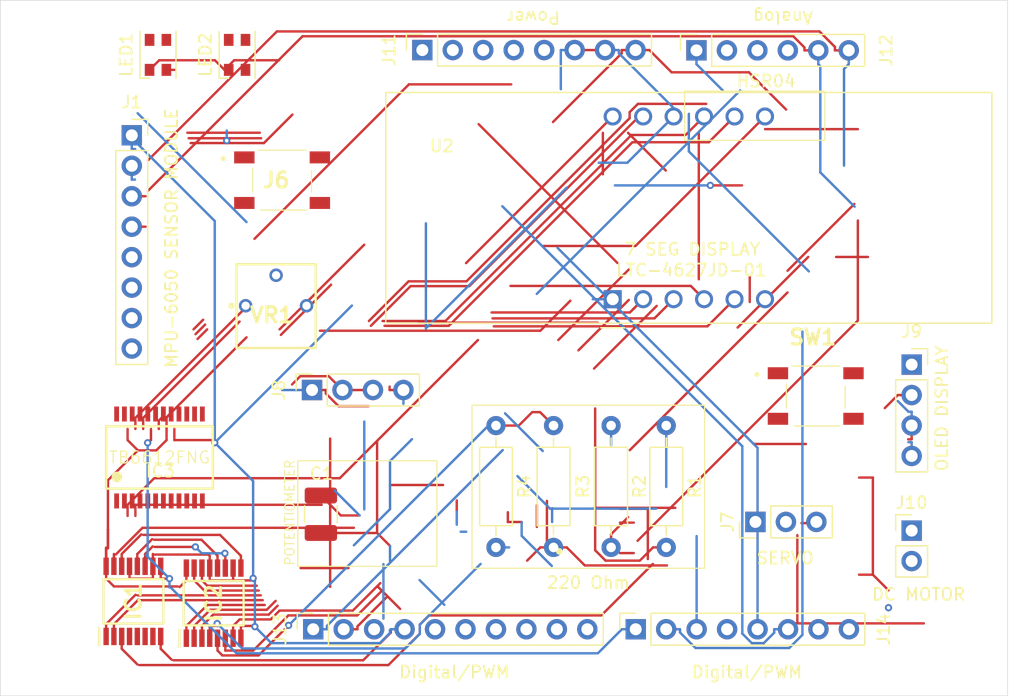
<source format=kicad_pcb>
(kicad_pcb (version 20240108) (generator "pcbnew") (generator_version "8.0")
  (layers (0 "F.Cu" signal) (31 "B.Cu" signal) (35 "F.Paste" user) (36 "B.SilkS" user "B.Silkscreen") (37 "F.SilkS" user "F.Silkscreen") (38 "B.Mask" user) (39 "F.Mask" user) (44 "Edge.Cuts" user))
  (net 0 "")
  (net 1 "GND")
  (net 5 "/SEG6")
  (net 6 "VCC")
  (net 7 "/PD4")
  (net 8 "/SEG9")
  (net 9 "/SEG12")
  (net 10 "/SEG8")
  (net 11 "Net-(IC1-A)")
  (net 13 "/PD7")
  (net 14 "/SEG4")
  (net 15 "/SEG7")
  (net 16 "/SEG2")
  (net 17 "/SEG3")
  (net 18 "/SEG10")
  (net 19 "/SEG11")
  (net 20 "/SEG1")
  (net 21 "/SEG5")
  (net 26 "/DCM_1")
  (net 38 "/DCM_2")
  (net 39 "/SCL{slash}A5")
  (net 40 "/SDA{slash}A4")
  (net 42 "+3V3")
  (net 43 "/IOREF")
  (net 44 "/~{RESET}")
  (net 45 "+5V")
  (net 46 "/A2")
  (net 47 "/A3")
  (net 48 "/A1")
  (net 49 "/8")
  (net 50 "/12")
  (net 51 "/*11")
  (net 52 "/AREF")
  (net 53 "/*10")
  (net 54 "/*9")
  (net 55 "/13")
  (net 56 "/TX{slash}1")
  (net 57 "/RX{slash}0")
  (net 60 "unconnected-(J6-COM_2-Pad2)")
  (net 62 "Net-(LED1-A)")
  (net 63 "Net-(LED2-A)")
  (net 64 "/4")
  (net 65 "/A0")
  (net 66 "/D1")
  (net 67 "/D2")
  (net 68 "/D3")
  (net 69 "/D6")
  (net 70 "/D5")
  (footprint "Connector_PinHeader_2.54mm:PinHeader_1x02_P2.54mm_Vertical" (layer "F.Cu") (at 185 111.725)
    (property "Reference" "J10")
    (property "Value" "Conn_01x02_Pin")
  )
  (footprint "Resistor_THT:R_Axial_DIN0207_L6.3mm_D2.5mm_P10.16mm_Horizontal" (layer "F.Cu") (at 155.136 102.9655 -90)
    (property "Reference" "R3")
    (property "Value" "220 Ohm" (hide yes))
  )
  (footprint "SamacSys_Parts:3362P_1" (layer "F.Cu") (at 132 96.5)
    (property "Reference" "VR1")
    (property "Value" "3362P-1-103LF" (hide yes))
  )
  (footprint "LED_SMD:LED_Cree-PLCC4_3.2x2.8mm_CCW" (layer "F.Cu") (at 128.749 72.0517 90)
    (property "Reference" "LED2")
    (property "Value" "LTL2R3KEK")
  )
  (footprint "Connector_PinSocket_2.54mm:PinSocket_1x08_P2.54mm_Vertical" (layer "F.Cu") (at 144.195 71.65 90)
    (property "Reference" "J11")
    (property "Value" "Power")
  )
  (footprint "Connector_PinSocket_2.54mm:PinSocket_1x08_P2.54mm_Vertical" (layer "F.Cu") (at 119.965 78.76)
    (property "Reference" "J1")
    (property "Value" "MPU-6050 Sensor Module")
  )
  (footprint "Display_7Segment:CA56-12SRWA" (layer "F.Cu") (at 160.07 92.4275 90)
    (property "Reference" "U2")
    (property "Value" "LTC-4627JD-01")
  )
  (footprint "Capacitor_SMD:C_1210_3225Metric_Pad1.33x2.70mm_HandSolder" (layer "F.Cu") (at 135.735 110.36 90)
    (property "Reference" "C1")
    (property "Value" "1uF" (hide yes))
  )
  (footprint "Resistor_THT:R_Axial_DIN0207_L6.3mm_D2.5mm_P10.16mm_Horizontal" (layer "F.Cu") (at 150.336 102.9655 -90)
    (property "Reference" "R4")
    (property "Value" "220 Ohm" (hide yes))
  )
  (footprint "SamacSys_Parts:SOP65P640X120-16N" (layer "F.Cu") (at 120.101 117.626 90)
    (property "Reference" "IC1")
    (property "Value" "SN74HC595N" (hide yes))
  )
  (footprint "Connector_PinSocket_2.54mm:PinSocket_1x10_P2.54mm_Vertical" (layer "F.Cu") (at 135.095 119.95 90)
    (property "Reference" "J13")
    (property "Value" "Digital/PWM")
  )
  (footprint "Resistor_THT:R_Axial_DIN0207_L6.3mm_D2.5mm_P10.16mm_Horizontal" (layer "F.Cu") (at 164.536 102.9655 -90)
    (property "Reference" "R1")
    (property "Value" "220 Ohm" (hide yes))
  )
  (footprint "SamacSys_Parts:SOP65P640X120-16N" (layer "F.Cu") (at 126.79 117.775 90)
    (property "Reference" "IC2")
    (property "Value" "SN74HC595N" (hide yes))
  )
  (footprint "SamacSys_Parts:814375651" (layer "F.Cu") (at 177 100.5)
    (property "Reference" "SW1")
    (property "Value" "8-1437565-1" (hide yes))
  )
  (footprint "LED_SMD:LED_Cree-PLCC4_3.2x2.8mm_CCW" (layer "F.Cu") (at 122.149 72.0517 90)
    (property "Reference" "LED1")
    (property "Value" "LTL2R3KEK")
  )
  (footprint "Connector_PinSocket_2.54mm:PinSocket_1x08_P2.54mm_Vertical" (layer "F.Cu") (at 161.99 119.95 90)
    (property "Reference" "J14")
    (property "Value" "Digital/PWM")
  )
  (footprint "Connector_PinHeader_2.54mm:PinHeader_1x03_P2.54mm_Vertical" (layer "F.Cu") (at 171.975 111 90)
    (property "Reference" "J7")
    (property "Value" "Conn_01x03_Pin")
  )
  (footprint "Resistor_THT:R_Axial_DIN0207_L6.3mm_D2.5mm_P10.16mm_Horizontal" (layer "F.Cu") (at 159.936 102.9655 -90)
    (property "Reference" "R2")
    (property "Value" "220 Ohm")
  )
  (footprint "TB6612FNG:SSOP24" (layer "F.Cu") (at 122.275 105.625)
    (property "Reference" "IC3")
    (property "Value" "TB6612FNG")
  )
  (footprint "Connector_PinSocket_2.54mm:PinSocket_1x04_P2.54mm_Vertical" (layer "F.Cu") (at 185 97.88)
    (property "Reference" "J9")
    (property "Value" "Conn_01x04_Socket")
  )
  (footprint "SamacSys_Parts:814375651" (layer "F.Cu") (at 132.5 82.5)
    (property "Reference" "J6")
    (property "Value" "8-1437565-1" (hide yes))
  )
  (footprint "Connector_PinSocket_2.54mm:PinSocket_1x04_P2.54mm_Vertical" (layer "F.Cu") (at 134.997 100 90)
    (property "Reference" "J8")
    (property "Value" "Conn_01x04_Socket")
  )
  (footprint "Connector_PinSocket_2.54mm:PinSocket_1x06_P2.54mm_Vertical" (layer "F.Cu") (at 167.055 71.675 90)
    (property "Reference" "J12")
    (property "Value" "Analog")
  )
  (gr_circle (center 155.613 113.45605) (end 155.836607 113.45605) (stroke (width 0.1)) (fill solid) (layer "F.SilkS"))
  (gr_rect (start 148.336 101.2655) (end 167.736 114.8655) (stroke (width 0.1)) (fill none) (layer "F.SilkS"))
  (gr_rect (start 133.81 105.8995) (end 145.41 114.6995) (stroke (width 0.1)) (fill none) (layer "F.SilkS"))
  (gr_rect (start 166.065 75.075) (end 177.765 79.175) (stroke (width 0.1)) (fill none) (layer "F.SilkS"))
  (gr_rect (start 109 67.5) (end 193 125.5) (stroke (width 0.05)) (fill none) (layer "Edge.Cuts"))
  (gr_text "DC MOTOR" (at 181.6 117.625 0) (layer "F.SilkS") (effects (font (size 1 1)) (justify left bottom)))
  (gr_text "HSR04" (at 170.315 74.825 0) (layer "F.SilkS") (effects (font (size 1 1)) (justify left bottom)))
  (gr_text "MPU-6050 SENSOR MODULE" (at 123.865 98.239524 90) (layer "F.SilkS") (effects (font (size 1 1)) (justify left bottom)))
  (gr_text "7 SEG DISPLAY" (at 160.97 88.85 0) (layer "F.SilkS") (effects (font (size 1 1)) (justify left bottom)))
  (gr_text "SERVO" (at 171.975 114.6 0) (layer "F.SilkS") (effects (font (size 1 1)) (justify left bottom)))
  (gr_text "OLED DISPLAY" (at 188.1 106.86 90) (layer "F.SilkS") (effects (font (size 1 1)) (justify left bottom)))
  (gr_text "POTENTIOMETER" (at 133.61 114.6995 90) (layer "F.SilkS") (effects (font (size 0.8 0.75) (thickness 0.1)) (justify left bottom)))
  (segment (start 126.465 113.823) (end 126.365 113.723) (width 0.2) (layer "F.Cu") (net 1))
  (segment (start 123.515 103.25) (end 123.515 104.177) (width 0.2) (layer "F.Cu") (net 1))
  (segment (start 126.667 104.177) (end 126.883 104.393) (width 0.2) (layer "F.Cu") (net 1))
  (segment (start 128.413 115.877) (end 128.415 115.875) (width 0.2) (layer "F.Cu") (net 1))
  (segment (start 183.07 116.7033) (end 181.767 115.4) (width 0.2) (layer "F.Cu") (net 1))
  (segment (start 136.149 100) (end 136.149 100.2879) (width 0.2) (layer "F.Cu") (net 1))
  (segment (start 123.2855 122.488) (end 122.3755 121.578) (width 0.2) (layer "F.Cu") (net 1))
  (segment (start 181.767 115.4) (end 181.765 115.4) (width 0.2) (layer "F.Cu") (net 1))
  (segment (start 129.065 120.7) (end 129.065 119.673) (width 0.2) (layer "F.Cu") (net 1))
  (segment (start 159.435 71.65) (end 156.895 71.65) (width 0.2) (layer "F.Cu") (net 1))
  (segment (start 122.3755 121.321) (end 122.3755 121.064) (width 0.2) (layer "F.Cu") (net 1))
  (segment (start 119.7755 114.7015) (end 119.7755 115.214) (width 0.2) (layer "F.Cu") (net 1))
  (segment (start 136.149 100.2879) (end 137.206 101.345) (width 0.2) (layer "F.Cu") (net 1))
  (segment (start 147.065 110.1531) (end 147.065 109.2039) (width 0.2) (layer "F.Cu") (net 1))
  (segment (start 121.7255 115.728) (end 119.7755 115.728) (width 0.2) (layer "F.Cu") (net 1))
  (segment (start 130.17 119.673) (end 130.23 119.733) (width 0.2) (layer "F.Cu") (net 1))
  (segment (start 128.415 115.877) (end 129.908 115.877) (width 0.2) (layer "F.Cu") (net 1))
  (segment (start 121.7255 114.701) (end 121.7255 115.728) (width 0.2) (layer "F.Cu") (net 1))
  (segment (start 180.615 115.4) (end 181.765 115.4) (width 0.2) (layer "F.Cu") (net 1))
  (segment (start 126.365 113.723) (end 121.877 113.723) (width 0.2) (layer "F.Cu") (net 1))
  (segment (start 134.997 100) (end 136.149 100) (width 0.2) (layer "F.Cu") (net 1))
  (segment (start 140.422 104.2945) (end 140.422 111.9225) (width 0.2) (layer "F.Cu") (net 1))
  (segment (start 140.422 111.9225) (end 141.5 113) (width 0.2) (layer "F.Cu") (net 1))
  (segment (start 122.376 121.3205) (end 122.376 120.551) (width 0.2) (layer "F.Cu") (net 1))
  (segment (start 135.735 111.9225) (end 140.422 111.9225) (width 0.2) (layer "F.Cu") (net 1))
  (segment (start 128.415 115.875) (end 128.415 115.877) (width 0.2) (layer "F.Cu") (net 1))
  (segment (start 141.563 119.95) (end 141.563 120.238) (width 0.2) (layer "F.Cu") (net 1))
  (segment (start 122.3755 121.578) (end 122.3755 121.321) (width 0.2) (layer "F.Cu") (net 1))
  (segment (start 142.715 119.95) (end 141.563 119.95) (width 0.2) (layer "F.Cu") (net 1))
  (segment (start 139.265 122.537) (end 123.437 122.537) (width 0.2) (layer "F.Cu") (net 1))
  (segment (start 126.465 114.85) (end 126.465 115.877) (width 0.2) (layer "F.Cu") (net 1))
  (segment (start 126.465 114.85) (end 126.465 113.823) (width 0.2) (layer "F.Cu") (net 1))
  (segment (start 126.465 115.877) (end 128.413 115.877) (width 0.2) (layer "F.Cu") (net 1))
  (segment (start 137.206 101.345) (end 139.709 101.345) (width 0.2) (layer "F.Cu") (net 1))
  (segment (start 119.7755 115.728) (end 119.7755 115.214) (width 0.2) (layer "F.Cu") (net 1))
  (segment (start 141.563 120.238) (end 139.265 122.537) (width 0.2) (layer "F.Cu") (net 1))
  (segment (start 122.3755 121.321) (end 122.376 121.3205) (width 0.2) (layer "F.Cu") (net 1))
  (segment (start 172.777 78.245) (end 180.515 78.245) (width 0.2) (layer "F.Cu") (net 1))
  (segment (start 123.515 104.177) (end 126.667 104.177) (width 0.2) (layer "F.Cu") (net 1))
  (segment (start 180.615 107.3) (end 181.767 107.3) (width 0.2) (layer "F.Cu") (net 1))
  (segment (start 121.7255 114.701) (end 121.726 114.701) (width 0.2) (layer "F.Cu") (net 1))
  (segment (start 128.415 114.85) (end 128.415 115.875) (width 0.2) (layer "F.Cu") (net 1))
  (segment (start 181.767 107.3) (end 181.767 115.3985) (width 0.2) (layer "F.Cu") (net 1))
  (segment (start 181.767 115.3985) (end 181.765 115.4) (width 0.2) (layer "F.Cu") (net 1))
  (segment (start 175.815 111.1) (end 176.967 111.1) (width 0.2) (layer "F.Cu") (net 1))
  (segment (start 129.908 115.877) (end 130.084 115.7) (width 0.2) (layer "F.Cu") (net 1))
  (segment (start 121.7255 113.674) (end 121.7255 114.701) (width 0.2) (layer "F.Cu") (net 1))
  (segment (start 119.776 114.701) (end 119.7755 114.7015) (width 0.2) (layer "F.Cu") (net 1))
  (segment (start 129.065 119.673) (end 130.17 119.673) (width 0.2) (layer "F.Cu") (net 1))
  (via (at 130.23 119.733) (size 0.6) (drill 0.3) (layers "F.Cu" "B.Cu") (net 1))
  (via (at 183.07 118.1525) (size 0.6) (drill 0.3) (layers "F.Cu" "B.Cu") (net 1))
  (via (at 126.883 104.393) (size 0.6) (drill 0.3) (layers "F.Cu" "B.Cu") (net 1))
  (via (at 130.084 115.7) (size 0.6) (drill 0.3) (layers "F.Cu" "B.Cu") (net 1))
  (segment (start 120.2335 82.4517) (end 119.965 82.4517) (width 0.2) (layer "B.Cu") (net 1))
  (segment (start 126.883 104.393) (end 130.084 107.594) (width 0.2) (layer "B.Cu") (net 1))
  (segment (start 155.743 74.9135) (end 155.743 71.65) (width 0.2) (layer "B.Cu") (net 1))
  (segment (start 126.883 104.393) (end 126.883 85.9062) (width 0.2) (layer "B.Cu") (net 1))
  (segment (start 138.32 92.9565) (end 126.883 104.393) (width 0.2) (layer "B.Cu") (net 1))
  (segment (start 159.435 71.65) (end 160.587 71.65) (width 0.2) (layer "B.Cu") (net 1))
  (segment (start 130.23 119.733) (end 131.603 121.107) (width 0.2) (layer "B.Cu") (net 1))
  (segment (start 160.587 71.65) (end 160.587 71.9185) (width 0.2) (layer "B.Cu") (net 1))
  (segment (start 119.965 81.3) (end 119.965 82.4517) (width 0.2) (layer "B.Cu") (net 1))
  (segment (start 141.493 120.261) (end 141.493 120.02) (width 0.2) (layer "B.Cu") (net 1))
  (segment (start 130.23 115.845) (end 130.23 119.733) (width 0.2) (layer "B.Cu") (net 1))
  (segment (start 132.5 100) (end 134.997 100) (width 0.2) (layer "B.Cu") (net 1))
  (segment (start 130.084 115.7) (end 130.23 115.845) (width 0.2) (layer "B.Cu") (net 1))
  (segment (start 141.563 119.95) (end 142.715 119.95) (width 0.2) (layer "B.Cu") (net 1))
  (segment (start 147.065 110.1531) (end 147.065 111.2321) (width 0.2) (layer "B.Cu") (net 1))
  (segment (start 130.084 107.594) (end 130.084 115.7) (width 0.2) (layer "B.Cu") (net 1))
  (segment (start 155.743 71.65) (end 156.895 71.65) (width 0.2) (layer "B.Cu") (net 1))
  (segment (start 147.391 111.818) (end 147.85 111.818) (width 0.2) (layer "B.Cu") (net 1))
  (segment (start 141.493 120.02) (end 141.563 119.95) (width 0.2) (layer "B.Cu") (net 1))
  (segment (start 126.883 85.9062) (end 120.4335 79.4567) (width 0.2) (layer "B.Cu") (net 1))
  (segment (start 140.647 121.107) (end 141.493 120.261) (width 0.2) (layer "B.Cu") (net 1))
  (segment (start 131.603 121.107) (end 140.647 121.107) (width 0.2) (layer "B.Cu") (net 1))
  (segment (start 153.739 91.9825) (end 170.703 75.0185) (width 0.2) (layer "B.Cu") (net 1))
  (segment (start 160.587 71.9185) (end 165.568 76.9) (width 0.2) (layer "B.Cu") (net 1))
  (segment (start 143.985 119.558) (end 143.985 120.317) (width 0.2) (layer "F.Cu") (net 5))
  (segment (start 170.485 94.7936) (end 176.375 88.9033) (width 0.2) (layer "F.Cu") (net 5))
  (segment (start 119.126 121.2088) (end 119.1255 121.2093) (width 0.2) (layer "F.Cu") (net 5))
  (segment (start 141.363 122.938) (end 120.589 122.938) (width 0.2) (layer "F.Cu") (net 5))
  (segment (start 120.4375 122.889) (end 119.1255 121.578) (width 0.2) (layer "F.Cu") (net 5))
  (segment (start 163.415 114.503) (end 159.119 118.798) (width 0.2) (layer "F.Cu") (net 5))
  (segment (start 159.119 118.798) (end 144.745 118.798) (width 0.2) (layer "F.Cu") (net 5))
  (segment (start 172.77 92.4275) (end 172.77 92.428) (width 0.2) (layer "F.Cu") (net 5))
  (segment (start 119.126 120.551) (end 119.126 121.2088) (width 0.2) (layer "F.Cu") (net 5))
  (segment (start 119.1255 121.578) (end 119.1255 121.2093) (width 0.2) (layer "F.Cu") (net 5))
  (segment (start 144.745 118.798) (end 143.985 119.558) (width 0.2) (layer "F.Cu") (net 5))
  (segment (start 119.1255 121.2093) (end 119.1255 121.064) (width 0.2) (layer "F.Cu") (net 5))
  (segment (start 143.985 120.317) (end 141.363 122.938) (width 0.2) (layer "F.Cu") (net 5))
  (segment (start 129.533 95.6036) (end 122.865 102.272) (width 0.2) (layer "F.Cu") (net 6))
  (segment (start 120.472 105.033) (end 117.977 107.527) (width 0.2) (layer "F.Cu") (net 6))
  (segment (start 122.447 102.323) (end 122.865 102.323) (width 0.2) (layer "F.Cu") (net 6))
  (segment (start 117.977 111.653) (end 117.977 113.2015) (width 0.2) (layer "F.Cu") (net 6))
  (segment (start 171.426 73.505) (end 174.533 76.6121) (width 0.2) (layer "F.Cu") (net 6))
  (segment (start 122.215 102.555) (end 122.447 102.323) (width 0.2) (layer "F.Cu") (net 6))
  (segment (start 122.865 103.25) (end 122.865 104.177) (width 0.2) (layer "F.Cu") (net 6))
  (segment (start 117.977 111.653) (end 117.977 113.2015) (width 0.2) (layer "F.Cu") (net 6))
  (segment (start 159.25 82.008) (end 159.25 78.555) (width 0.2) (layer "F.Cu") (net 6))
  (segment (start 117.8255 114.701) (end 117.8255 115.728) (width 0.2) (layer "F.Cu") (net 6))
  (segment (start 127.698 73.3017) (end 126.896 72.5) (width 0.2) (layer "F.Cu") (net 6))
  (segment (start 117.977 111.652) (end 117.977 111.653) (width 0.2) (layer "F.Cu") (net 6))
  (segment (start 117.8255 113.1525) (end 117.8255 114.701) (width 0.2) (layer "F.Cu") (net 6))
  (segment (start 141.465 100) (end 142.617 100) (width 0.2) (layer "F.Cu") (net 6))
  (segment (start 141.465 99.7121) (end 141.465 100) (width 0.2) (layer "F.Cu") (net 6))
  (segment (start 122.865 103.25) (end 122.865 102.323) (width 0.2) (layer "F.Cu") (net 6))
  (segment (start 122.865 104.177) (end 122.008 105.033) (width 0.2) (layer "F.Cu") (net 6))
  (segment (start 132.398 95.403) (end 136.586 91.215) (width 0.2) (layer "F.Cu") (net 6))
  (segment (start 119.615 104.177) (end 119.615 103.25) (width 0.2) (layer "F.Cu") (net 6))
  (segment (start 117.977 111.652) (end 117.977 111.653) (width 0.2) (layer "F.Cu") (net 6))
  (segment (start 128.049 73.3017) (end 127.698 73.3017) (width 0.2) (layer "F.Cu") (net 6))
  (segment (start 124.515 115.877) (end 124.515 114.85) (width 0.2) (layer "F.Cu") (net 6))
  (segment (start 127.698 73.3017) (end 128.5 72.5) (width 0.2) (layer "F.Cu") (net 6))
  (segment (start 122.865 102.272) (end 122.865 102.323) (width 0.2) (layer "F.Cu") (net 6))
  (segment (start 117.977 107.527) (end 117.977 111.652) (width 0.2) (layer "F.Cu") (net 6))
  (segment (start 161.413 92.49) (end 157.213 96.6908) (width 0.2) (layer "F.Cu") (net 6))
  (segment (start 185 100.42) (end 183.848 100.42) (width 0.2) (layer "F.Cu") (net 6))
  (segment (start 123.962 116.43) (end 124.515 115.877) (width 0.2) (layer "F.Cu") (net 6))
  (segment (start 164.982 73.505) (end 171.426 73.505) (width 0.2) (layer "F.Cu") (net 6))
  (segment (start 153.361 101.8435) (end 154.014 101.8435) (width 0.2) (layer "F.Cu") (net 6))
  (segment (start 126.896 72.5) (end 122.251 72.5) (width 0.2) (layer "F.Cu") (net 6))
  (segment (start 117.8255 113.1525) (end 117.8255 114.701) (width 0.2) (layer "F.Cu") (net 6))
  (segment (start 117.8255 115.728) (end 118.4795 116.381) (width 0.2) (layer "F.Cu") (net 6))
  (segment (start 160.823 71.65) (end 161.975 71.65) (width 0.2) (layer "F.Cu") (net 6))
  (segment (start 122.215 103.25) (end 122.215 102.555) (width 0.2) (layer "F.Cu") (net 6))
  (segment (start 161.975 71.65) (end 163.127 71.65) (width 0.2) (layer "F.Cu") (net 6))
  (segment (start 122.251 72.5) (end 121.449 73.3017) (width 0.2) (layer "F.Cu") (net 6))
  (segment (start 160.823 71.9185) (end 160.823 71.65) (width 0.2) (layer "F.Cu") (net 6))
  (segment (start 117.826 113.153) (end 117.826 114.701) (width 0.2) (layer "F.Cu") (net 6))
  (segment (start 183.848 100.42) (end 182.763 101.5055) (width 0.2) (layer "F.Cu") (net 6))
  (segment (start 117.8255 113.1525) (end 117.826 113.153) (width 0.2) (layer "F.Cu") (net 6))
  (segment (start 152.239 102.9655) (end 153.361 101.8435) (width 0.2) (layer "F.Cu") (net 6))
  (segment (start 122.008 105.033) (end 120.472 105.033) (width 0.2) (layer "F.Cu") (net 6))
  (segment (start 154.014 101.8435) (end 155.136 102.9655) (width 0.2) (layer "F.Cu") (net 6))
  (segment (start 128.5 72.5) (end 132.252 72.5) (width 0.2) (layer "F.Cu") (net 6))
  (segment (start 163.127 71.65) (end 164.982 73.505) (width 0.2) (layer "F.Cu") (net 6))
  (segment (start 150.336 102.9655) (end 152.239 102.9655) (width 0.2) (layer "F.Cu") (net 6))
  (segment (start 132.287 94.944) (end 139.348 87.883) (width 0.2) (layer "F.Cu") (net 6))
  (segment (start 120.472 105.033) (end 119.615 104.177) (width 0.2) (layer "F.Cu") (net 6))
  (segment (start 145.923 107.92) (end 141.5 107.92) (width 0.2) (layer "F.Cu") (net 6))
  (segment (start 155.093 77.6483) (end 160.823 71.9185) (width 0.2) (layer "F.Cu") (net 6))
  (segment (start 118.4795 116.381) (end 123.8105 116.381) (width 0.2) (layer "F.Cu") (net 6))
  (segment (start 141.5 105.9312) (end 141.5 107.92) (width 0.2) (layer "B.Cu") (net 6))
  (segment (start 156.225 83.13) (end 144.493 94.8617) (width 0.2) (layer "B.Cu") (net 6))
  (segment (start 129.533 85.9968) (end 120.4529 76.9167) (width 0.2) (layer "B.Cu") (net 6))
  (segment (start 141.5 107.92) (end 141.5 109.9339) (width 0.2) (layer "B.Cu") (net 6))
  (segment (start 142.617 100) (end 142.617 101.1517) (width 0.2) (layer "B.Cu") (net 6))
  (segment (start 143.33 104.1012) (end 141.5 105.9312) (width 0.2) (layer "B.Cu") (net 6))
  (segment (start 119.965 78.76) (end 119.965 79.9117) (width 0.2) (layer "B.Cu") (net 6))
  (segment (start 144.493 94.8617) (end 144.493 86.1018) (width 0.2) (layer "B.Cu") (net 6))
  (segment (start 120.2529 79.9117) (end 119.965 79.9117) (width 0.2) (layer "B.Cu") (net 6))
  (segment (start 141.5 109.9339) (end 138.485 112.9489) (width 0.2) (layer "B.Cu") (net 6))
  (segment (start 121.6645 112.436) (end 120.4255 113.674) (width 0.2) (layer "F.Cu") (net 7))
  (segment (start 127.115 113.823) (end 125.776 112.485) (width 0.2) (layer "F.Cu") (net 7))
  (segment (start 120.4255 113.931) (end 120.426 113.9315) (width 0.2) (layer "F.Cu") (net 7))
  (segment (start 120.426 113.9315) (end 120.426 114.701) (width 0.2) (layer "F.Cu") (net 7))
  (segment (start 125.776 112.485) (end 121.816 112.485) (width 0.2) (layer "F.Cu") (net 7))
  (segment (start 120.4255 113.674) (end 120.4255 113.931) (width 0.2) (layer "F.Cu") (net 7))
  (segment (start 127.115 114.85) (end 127.115 113.823) (width 0.2) (layer "F.Cu") (net 7))
  (segment (start 120.4255 113.931) (end 120.4255 114.188) (width 0.2) (layer "F.Cu") (net 7))
  (segment (start 117.8255 119.524) (end 117.8255 120.038) (width 0.2) (layer "F.Cu") (net 8))
  (segment (start 161.637 78.729) (end 146.121 94.244) (width 0.2) (layer "F.Cu") (net 8))
  (segment (start 146.121 94.244) (end 140.877 94.244) (width 0.2) (layer "F.Cu") (net 8))
  (segment (start 117.8255 120.5505) (end 117.8255 120.038) (width 0.2) (layer "F.Cu") (net 8))
  (segment (start 167.69 77.188) (end 166.149 78.729) (width 0.2) (layer "F.Cu") (net 8))
  (segment (start 125.917 94.139) (end 125.114 94.943) (width 0.2) (layer "F.Cu") (net 8))
  (segment (start 120.2765 117.074) (end 117.8255 119.524) (width 0.2) (layer "F.Cu") (net 8))
  (segment (start 117.826 120.551) (end 117.8255 120.5505) (width 0.2) (layer "F.Cu") (net 8))
  (segment (start 166.149 78.729) (end 161.637 78.729) (width 0.2) (layer "F.Cu") (net 8))
  (segment (start 167.69 77.188) (end 167.69 77.1875) (width 0.2) (layer "F.Cu") (net 8))
  (segment (start 130.719 117.123) (end 120.428 117.123) (width 0.2) (layer "F.Cu") (net 8))
  (segment (start 120.859 111.491) (end 118.627 113.723) (width 0.2) (layer "F.Cu") (net 9))
  (segment (start 118.476 113.9315) (end 118.476 114.701) (width 0.2) (layer "F.Cu") (net 9))
  (segment (start 153.956 83.302) (end 160.07 77.188) (width 0.2) (layer "F.Cu") (net 9))
  (segment (start 118.4755 113.674) (end 118.4755 113.931) (width 0.2) (layer "F.Cu") (net 9))
  (segment (start 153.956 83.302) (end 147.841 89.416) (width 0.2) (layer "F.Cu") (net 9))
  (segment (start 138.486 111.491) (end 120.859 111.491) (width 0.2) (layer "F.Cu") (net 9))
  (segment (start 118.4755 113.931) (end 118.476 113.9315) (width 0.2) (layer "F.Cu") (net 9))
  (segment (start 160.07 77.188) (end 160.07 77.1875) (width 0.2) (layer "F.Cu") (net 9))
  (segment (start 118.4755 113.931) (end 118.4755 114.188) (width 0.2) (layer "F.Cu") (net 9))
  (segment (start 161.71 79.337) (end 146.4 94.647) (width 0.2) (layer "F.Cu") (net 10))
  (segment (start 146.4 94.647) (end 141.042 94.647) (width 0.2) (layer "F.Cu") (net 10))
  (segment (start 126.082 94.542) (end 125.28 95.345) (width 0.2) (layer "F.Cu") (net 10))
  (segment (start 120.5245 117.476) (end 118.4755 119.524) (width 0.2) (layer "F.Cu") (net 10))
  (segment (start 118.4755 119.8927) (end 118.4755 120.038) (width 0.2) (layer "F.Cu") (net 10))
  (segment (start 118.476 119.8932) (end 118.4755 119.8927) (width 0.2) (layer "F.Cu") (net 10))
  (segment (start 130.885 117.525) (end 120.676 117.525) (width 0.2) (layer "F.Cu") (net 10))
  (segment (start 170.23 77.1875) (end 170.23 77.188) (width 0.2) (layer "F.Cu") (net 10))
  (segment (start 170.23 77.188) (end 168.08 79.337) (width 0.2) (layer "F.Cu") (net 10))
  (segment (start 168.08 79.337) (end 161.71 79.337) (width 0.2) (layer "F.Cu") (net 10))
  (segment (start 118.4755 119.524) (end 118.4755 119.8927) (width 0.2) (layer "F.Cu") (net 10))
  (segment (start 118.476 120.551) (end 118.476 119.8932) (width 0.2) (layer "F.Cu") (net 10))
  (segment (start 120.7665 112.034) (end 119.1255 113.674) (width 0.2) (layer "F.Cu") (net 11))
  (segment (start 129.065 113.823) (end 127.325 112.083) (width 0.2) (layer "F.Cu") (net 11))
  (segment (start 119.126 113.9315) (end 119.126 114.701) (width 0.2) (layer "F.Cu") (net 11))
  (segment (start 129.065 114.85) (end 129.065 113.823) (width 0.2) (layer "F.Cu") (net 11))
  (segment (start 119.1255 113.931) (end 119.1255 114.188) (width 0.2) (layer "F.Cu") (net 11))
  (segment (start 119.1255 113.674) (end 119.1255 113.931) (width 0.2) (layer "F.Cu") (net 11))
  (segment (start 119.1255 113.931) (end 119.126 113.9315) (width 0.2) (layer "F.Cu") (net 11))
  (segment (start 127.325 112.083) (end 120.918 112.083) (width 0.2) (layer "F.Cu") (net 11))
  (segment (start 127.765 114.85) (end 127.765 113.648) (width 0.2) (layer "F.Cu") (net 13))
  (segment (start 121.0755 113.674) (end 121.0755 113.931) (width 0.2) (layer "F.Cu") (net 13))
  (segment (start 121.0755 113.931) (end 121.076 113.9315) (width 0.2) (layer "F.Cu") (net 13))
  (segment (start 125.27 113.086) (end 121.865 113.086) (width 0.2) (layer "F.Cu") (net 13))
  (segment (start 121.076 113.9315) (end 121.076 114.701) (width 0.2) (layer "F.Cu") (net 13))
  (segment (start 121.0755 113.931) (end 121.0755 114.188) (width 0.2) (layer "F.Cu") (net 13))
  (segment (start 121.7135 113.037) (end 121.0755 113.674) (width 0.2) (layer "F.Cu") (net 13))
  (segment (start 127.765 113.648) (end 127.734 113.617) (width 0.2) (layer "F.Cu") (net 13))
  (via (at 125.27 113.086) (size 0.6) (drill 0.3) (layers "F.Cu" "B.Cu") (net 13))
  (via (at 127.734 113.617) (size 0.6) (drill 0.3) (layers "F.Cu" "B.Cu") (net 13))
  (segment (start 127.734 113.617) (end 125.801 113.617) (width 0.2) (layer "B.Cu") (net 13))
  (segment (start 125.801 113.617) (end 125.27 113.086) (width 0.2) (layer "B.Cu") (net 13))
  (segment (start 131.217 118.328) (end 131.962 117.583) (width 0.2) (layer "F.Cu") (net 14))
  (segment (start 125.165 120.7) (end 125.165 119.673) (width 0.2) (layer "F.Cu") (net 14))
  (segment (start 166.583 91.32) (end 167.136 91.874) (width 0.2) (layer "F.Cu") (net 14))
  (segment (start 126.51 118.328) (end 131.217 118.328) (width 0.2) (layer "F.Cu") (net 14))
  (segment (start 151.546 91.32) (end 166.583 91.32) (width 0.2) (layer "F.Cu") (net 14))
  (segment (start 125.165 119.673) (end 126.51 118.328) (width 0.2) (layer "F.Cu") (net 14))
  (segment (start 161.969 87.988) (end 172.77 77.188) (width 0.2) (layer "F.Cu") (net 15))
  (segment (start 125.446 95.746) (end 126.248 94.944) (width 0.2) (layer "F.Cu") (net 15))
  (segment (start 124.515 119.673) (end 126.262 117.926) (width 0.2) (layer "F.Cu") (net 15))
  (segment (start 124.515 120.7) (end 124.515 119.673) (width 0.2) (layer "F.Cu") (net 15))
  (segment (start 154.308 87.988) (end 161.969 87.988) (width 0.2) (layer "F.Cu") (net 15))
  (segment (start 172.77 77.1875) (end 172.77 77.188) (width 0.2) (layer "F.Cu") (net 15))
  (segment (start 126.262 117.926) (end 131.051 117.926) (width 0.2) (layer "F.Cu") (net 15))
  (segment (start 125.815 119.673) (end 126.759 118.73) (width 0.2) (layer "F.Cu") (net 16))
  (segment (start 161.78 93.2575) (end 162.61 92.4275) (width 0.2) (layer "F.Cu") (net 16))
  (segment (start 131.384 118.73) (end 132.127 117.987) (width 0.2) (layer "F.Cu") (net 16))
  (segment (start 161.7795 93.2575) (end 162.056 92.981) (width 0.2) (layer "F.Cu") (net 16))
  (segment (start 125.815 120.7) (end 125.815 119.673) (width 0.2) (layer "F.Cu") (net 16))
  (segment (start 126.759 118.73) (end 131.384 118.73) (width 0.2) (layer "F.Cu") (net 16))
  (segment (start 161.7795 93.2575) (end 161.78 93.2575) (width 0.2) (layer "F.Cu") (net 16))
  (segment (start 161.503 93.534) (end 161.7795 93.2575) (width 0.2) (layer "F.Cu") (net 16))
  (segment (start 149.971 93.534) (end 161.503 93.534) (width 0.2) (layer "F.Cu") (net 16))
  (segment (start 163.9515 93.6255) (end 163.952 93.6255) (width 0.2) (layer "F.Cu") (net 17))
  (segment (start 132.29 118.391) (end 138.403 118.391) (width 0.2) (layer "F.Cu") (net 17))
  (segment (start 163.952 93.6255) (end 165.15 92.4275) (width 0.2) (layer "F.Cu") (net 17))
  (segment (start 128.415 120.7) (end 128.415 119.673) (width 0.2) (layer "F.Cu") (net 17))
  (segment (start 128.957 119.131) (end 131.55 119.131) (width 0.2) (layer "F.Cu") (net 17))
  (segment (start 128.415 119.673) (end 128.957 119.131) (width 0.2) (layer "F.Cu") (net 17))
  (segment (start 131.55 119.131) (end 132.29 118.391) (width 0.2) (layer "F.Cu") (net 17))
  (segment (start 138.403 118.391) (end 140.693 116.1) (width 0.2) (layer "F.Cu") (net 17))
  (segment (start 150.048 94.025) (end 163.552 94.025) (width 0.2) (layer "F.Cu") (net 17))
  (segment (start 163.552 94.025) (end 163.9515 93.6255) (width 0.2) (layer "F.Cu") (net 17))
  (segment (start 127.115 121.727) (end 127.523 122.135) (width 0.2) (layer "F.Cu") (net 18))
  (segment (start 130.535 122.135) (end 133.039 119.631) (width 0.2) (layer "F.Cu") (net 18))
  (segment (start 127.523 122.135) (end 130.535 122.135) (width 0.2) (layer "F.Cu") (net 18))
  (segment (start 127.115 120.7) (end 127.115 121.727) (width 0.2) (layer "F.Cu") (net 18))
  (via (at 133.039 119.631) (size 0.6) (drill 0.3) (layers "F.Cu" "B.Cu") (net 18))
  (segment (start 133.039 119.631) (end 149.549 103.121) (width 0.2) (layer "B.Cu") (net 18))
  (segment (start 158.904 81.046) (end 161.292 81.046) (width 0.2) (layer "B.Cu") (net 18))
  (segment (start 161.292 81.046) (end 165.15 77.188) (width 0.2) (layer "B.Cu") (net 18))
  (segment (start 165.15 77.188) (end 165.15 77.1875) (width 0.2) (layer "B.Cu") (net 18))
  (segment (start 143.216 91.337) (end 148.114 91.337) (width 0.2) (layer "F.Cu") (net 19))
  (segment (start 148.114 91.337) (end 162.263 77.188) (width 0.2) (layer "F.Cu") (net 19))
  (segment (start 162.6095 77.188) (end 162.61 77.188) (width 0.2) (layer "F.Cu") (net 19))
  (segment (start 162.263 77.188) (end 162.6095 77.188) (width 0.2) (layer "F.Cu") (net 19))
  (segment (start 126.009 116.721) (end 130.552 116.721) (width 0.2) (layer "F.Cu") (net 19))
  (segment (start 162.6095 77.188) (end 162.61 77.1875) (width 0.2) (layer "F.Cu") (net 19))
  (segment (start 139.907 94.646) (end 143.216 91.337) (width 0.2) (layer "F.Cu") (net 19))
  (segment (start 125.165 115.877) (end 126.009 116.721) (width 0.2) (layer "F.Cu") (net 19))
  (segment (start 125.165 114.85) (end 125.165 115.877) (width 0.2) (layer "F.Cu") (net 19))
  (segment (start 126.465 119.673) (end 126.886 119.673) (width 0.2) (layer "F.Cu") (net 20))
  (segment (start 126.886 119.673) (end 127.087 119.473) (width 0.2) (layer "F.Cu") (net 20))
  (segment (start 126.465 120.7) (end 126.465 119.673) (width 0.2) (layer "F.Cu") (net 20))
  (via (at 127.087 119.473) (size 0.6) (drill 0.3) (layers "F.Cu" "B.Cu") (net 20))
  (segment (start 143.985 120.344) (end 143.985 119.572) (width 0.2) (layer "B.Cu") (net 20))
  (segment (start 160.0695 92.428) (end 160.07 92.428) (width 0.2) (layer "B.Cu") (net 20))
  (segment (start 158.409 92.428) (end 160.0695 92.428) (width 0.2) (layer "B.Cu") (net 20))
  (segment (start 160.0695 92.428) (end 160.07 92.4275) (width 0.2) (layer "B.Cu") (net 20))
  (segment (start 146.03 117.9139) (end 143.965 115.8489) (width 0.2) (layer "B.Cu") (net 20))
  (segment (start 142.777 121.552) (end 143.985 120.344) (width 0.2) (layer "B.Cu") (net 20))
  (segment (start 129.166 121.552) (end 142.777 121.552) (width 0.2) (layer "B.Cu") (net 20))
  (segment (start 143.985 119.572) (end 149.054 114.503) (width 0.2) (layer "B.Cu") (net 20))
  (segment (start 127.087 119.473) (end 129.166 121.552) (width 0.2) (layer "B.Cu") (net 20))
  (segment (start 140.797 116.765) (end 138.764 118.798) (width 0.2) (layer "F.Cu") (net 21))
  (segment (start 130.092 121.727) (end 127.765 121.727) (width 0.2) (layer "F.Cu") (net 21))
  (segment (start 170.23 92.4275) (end 170.23 92.428) (width 0.2) (layer "F.Cu") (net 21))
  (segment (start 138.764 118.798) (end 133.02 118.798) (width 0.2) (layer "F.Cu") (net 21))
  (segment (start 127.765 121.727) (end 127.765 120.7) (width 0.2) (layer "F.Cu") (net 21))
  (segment (start 167.967 94.69) (end 150.152 94.69) (width 0.2) (layer "F.Cu") (net 21))
  (segment (start 133.02 118.798) (end 130.092 121.727) (width 0.2) (layer "F.Cu") (net 21))
  (segment (start 170.23 92.428) (end 167.967 94.69) (width 0.2) (layer "F.Cu") (net 21))
  (segment (start 119.615 109.573) (end 119.615 110.5) (width 0.2) (layer "F.Cu") (net 26))
  (segment (start 121.834 107.354) (end 119.615 109.573) (width 0.2) (layer "F.Cu") (net 26))
  (segment (start 148.833 95.8312) (end 137.31 107.354) (width 0.2) (layer "F.Cu") (net 26))
  (segment (start 161.413 89.95) (end 155.532 95.8312) (width 0.2) (layer "F.Cu") (net 26))
  (segment (start 137.31 107.354) (end 121.834 107.354) (width 0.2) (layer "F.Cu") (net 26))
  (segment (start 120.265 109.573) (end 120.265 110.5) (width 0.2) (layer "F.Cu") (net 38))
  (segment (start 135.801 109.573) (end 120.265 109.573) (width 0.2) (layer "F.Cu") (net 38))
  (segment (start 178.6033 71.3871) (end 177.3128 70.0966) (width 0.2) (layer "F.Cu") (net 39))
  (segment (start 132.0651 70.0966) (end 121.3167 80.845) (width 0.2) (layer "F.Cu") (net 39))
  (segment (start 153.748 109.60985) (end 153.748 111.41745) (width 0.2) (layer "F.Cu") (net 39))
  (segment (start 177.3128 70.0966) (end 132.0651 70.0966) (width 0.2) (layer "F.Cu") (net 39))
  (segment (start 170.855 82.936) (end 168.215 82.936) (width 0.2) (layer "F.Cu") (net 39))
  (segment (start 180.227 84.4767) (end 174.65 90.0538) (width 0.2) (layer "F.Cu") (net 39))
  (segment (start 185 104.1117) (end 184.712 104.1117) (width 0.2) (layer "F.Cu") (net 39))
  (segment (start 119.965 83.84) (end 121.1167 83.84) (width 0.2) (layer "F.Cu") (net 39))
  (segment (start 178.6033 71.675) (end 178.6033 71.3871) (width 0.2) (layer "F.Cu") (net 39))
  (segment (start 179.755 71.675) (end 178.6033 71.675) (width 0.2) (layer "F.Cu") (net 39))
  (segment (start 185 102.96) (end 185 104.1117) (width 0.2) (layer "F.Cu") (net 39))
  (via (at 168.215 82.936) (size 0.6) (drill 0.3) (layers "F.Cu" "B.Cu") (net 39))
  (segment (start 135.095 119.95) (end 136.247 119.95) (width 0.2) (layer "B.Cu") (net 39))
  (segment (start 179.361 81.2882) (end 179.361 73.2203) (width 0.2) (layer "B.Cu") (net 39))
  (segment (start 185 101.8083) (end 184.732 101.8083) (width 0.2) (layer "B.Cu") (net 39))
  (segment (start 136.247 119.662) (end 150.898 105.011) (width 0.2) (layer "B.Cu") (net 39))
  (segment (start 185 102.96) (end 185 101.8083) (width 0.2) (layer "B.Cu") (net 39))
  (segment (start 160.253 82.936) (end 168.215 82.936) (width 0.2) (layer "B.Cu") (net 39))
  (segment (start 179.755 72.8267) (end 179.755 71.675) (width 0.2) (layer "B.Cu") (net 39))
  (segment (start 141.5 114.2828) (end 141.5 113) (width 0.2) (layer "B.Cu") (net 39))
  (segment (start 140.95 114.515) (end 140.95 119.0656) (width 0.2) (layer "B.Cu") (net 39))
  (segment (start 184.732 101.8083) (end 183.846 100.9232) (width 0.2) (layer "B.Cu") (net 39))
  (segment (start 179.361 73.2203) (end 179.755 72.8267) (width 0.2) (layer "B.Cu") (net 39))
  (segment (start 136.247 119.95) (end 136.247 119.662) (width 0.2) (layer "B.Cu") (net 39))
  (segment (start 176.0633 71.4344) (end 175.1272 70.4983) (width 0.2) (layer "F.Cu") (net 40))
  (segment (start 138.787 119.709) (end 141.26 117.236) (width 0.2) (layer "F.Cu") (net 40))
  (segment (start 171.5 92.656) (end 171.5 90.5) (width 0.2) (layer "F.Cu") (net 40))
  (segment (start 124.598 78.544) (end 130.637 78.544) (width 0.2) (layer "F.Cu") (net 40))
  (segment (start 175.1272 70.4983) (end 134.2034 70.4983) (width 0.2) (layer "F.Cu") (net 40))
  (segment (start 177.215 71.675) (end 176.0633 71.675) (width 0.2) (layer "F.Cu") (net 40))
  (segment (start 124.872 79.407) (end 130.983 79.407) (width 0.2) (layer "F.Cu") (net 40))
  (segment (start 124.707 79.003) (end 130.748 79.003) (width 0.2) (layer "F.Cu") (net 40))
  (segment (start 138.787 119.95) (end 138.787 119.709) (width 0.2) (layer "F.Cu") (net 40))
  (segment (start 130.983 79.407) (end 133.361 77.029) (width 0.2) (layer "F.Cu") (net 40))
  (segment (start 137.635 119.95) (end 138.787 119.95) (width 0.2) (layer "F.Cu") (net 40))
  (segment (start 154.035 95.056) (end 156.54 92.551) (width 0.2) (layer "F.Cu") (net 40))
  (segment (start 119.965 86.38) (end 121.1167 86.38) (width 0.2) (layer "F.Cu") (net 40))
  (segment (start 134.2034 70.4983) (end 121.3167 83.385) (width 0.2) (layer "F.Cu") (net 40))
  (segment (start 135.655 95.056) (end 154.035 95.056) (width 0.2) (layer "F.Cu") (net 40))
  (segment (start 176.0633 71.675) (end 176.0633 71.4344) (width 0.2) (layer "F.Cu") (net 40))
  (via (at 127.883 79.2036) (size 0.6) (drill 0.3) (layers "F.Cu" "B.Cu") (net 40))
  (segment (start 177.384 81.8511) (end 177.384 72.996) (width 0.2) (layer "B.Cu") (net 40))
  (segment (start 177.215 72.8267) (end 177.215 71.675) (width 0.2) (layer "B.Cu") (net 40))
  (segment (start 185 104.3483) (end 184.732 104.3483) (width 0.2) (layer "B.Cu") (net 40))
  (segment (start 127.883 78.3567) (end 127.883 79.2036) (width 0.2) (layer "B.Cu") (net 40))
  (segment (start 185 105.5) (end 185 104.3483) (width 0.2) (layer "B.Cu") (net 40))
  (segment (start 180.247 84.7133) (end 177.384 81.8511) (width 0.2) (layer "B.Cu") (net 40))
  (segment (start 177.384 72.996) (end 177.215 72.8267) (width 0.2) (layer "B.Cu") (net 40))
  (segment (start 143.078 74.5108) (end 130.196 87.393) (width 0.2) (layer "F.Cu") (net 60))
  (segment (start 151.608 74.5108) (end 143.078 74.5108) (width 0.2) (layer "F.Cu") (net 60))
  (segment (start 123.551 73.3017) (end 122.849 73.3017) (width 0.2) (layer "F.Cu") (net 62))
  (segment (start 160.676 109.9071) (end 163 109.9071) (width 0.2) (layer "F.Cu") (net 62))
  (segment (start 178.699 88.9033) (end 181.357 88.9033) (width 0.2) (layer "F.Cu") (net 62))
  (segment (start 162.332 114.2274) (end 159.473 114.2274) (width 0.2) (layer "F.Cu") (net 62))
  (segment (start 163 114.0929) (end 163 109.9071) (width 0.2) (layer "F.Cu") (net 62))
  (segment (start 165.293 109.825) (end 158.594 109.825) (width 0.2) (layer "F.Cu") (net 62))
  (segment (start 164.496 81.6997) (end 161.352 78.555) (width 0.2) (layer "F.Cu") (net 62))
  (segment (start 180.515 94.2048) (end 180.515 85.865) (width 0.2) (layer "F.Cu") (net 62))
  (segment (start 163.434 113.1255) (end 162.332 114.2274) (width 0.2) (layer "F.Cu") (net 62))
  (segment (start 162.145 112.575) (end 180.515 94.2048) (width 0.2) (layer "F.Cu") (net 62))
  (segment (start 158.607 113.3615) (end 158.607 101.5352) (width 0.2) (layer "F.Cu") (net 62))
  (segment (start 159.473 114.2274) (end 158.607 113.3615) (width 0.2) (layer "F.Cu") (net 62))
  (segment (start 164.536 113.1255) (end 163.434 113.1255) (width 0.2) (layer "F.Cu") (net 62))
  (segment (start 159.936 112.0238) (end 161.361 110.5988) (width 0.2) (layer "F.Cu") (net 63))
  (segment (start 167.25 90.7633) (end 167.25 78.555) (width 0.2) (layer "F.Cu") (net 63))
  (segment (start 161.826 111.0588) (end 160.674 111.0588) (width 0.2) (layer "F.Cu") (net 63))
  (segment (start 161.826 113.5988) (end 160.674 113.5988) (width 0.2) (layer "F.Cu") (net 63))
  (segment (start 159.936 113.1255) (end 159.936 112.0238) (width 0.2) (layer "F.Cu") (net 63))
  (segment (start 137.398 110.46) (end 135.735 108.7975) (width 0.2) (layer "F.Cu") (net 65))
  (segment (start 138.96 110.46) (end 137.398 110.46) (width 0.2) (layer "F.Cu") (net 65))
  (segment (start 139.353 102.6301) (end 139.353 109.9539) (width 0.2) (layer "B.Cu") (net 65))
  (segment (start 167.055 71.675) (end 167.055 72.8267) (width 0.2) (layer "B.Cu") (net 65))
  (segment (start 136.888 108.3878) (end 138.96 110.46) (width 0.2) (layer "B.Cu") (net 65))
  (segment (start 167.055 72.8267) (end 169.243 75.0145) (width 0.2) (layer "B.Cu") (net 65))
  (segment (start 121.565 103.25) (end 121.565 104.177) (width 0.2) (layer "F.Cu") (net 66))
  (segment (start 122.3755 115.471) (end 122.376 115.4705) (width 0.2) (layer "F.Cu") (net 66))
  (segment (start 122.376 115.4705) (end 122.376 114.701) (width 0.2) (layer "F.Cu") (net 66))
  (segment (start 122.3755 115.728) (end 122.3755 115.471) (width 0.2) (layer "F.Cu") (net 66))
  (segment (start 121.516 104.177) (end 121.289 104.403) (width 0.2) (layer "F.Cu") (net 66))
  (segment (start 123.1095 115.728) (end 122.3755 115.728) (width 0.2) (layer "F.Cu") (net 66))
  (segment (start 122.3755 115.471) (end 122.3755 115.214) (width 0.2) (layer "F.Cu") (net 66))
  (segment (start 121.565 104.177) (end 121.516 104.177) (width 0.2) (layer "F.Cu") (net 66))
  (via (at 123.1095 115.728) (size 0.6) (drill 0.3) (layers "F.Cu" "B.Cu") (net 66))
  (via (at 121.289 104.403) (size 0.6) (drill 0.3) (layers "F.Cu" "B.Cu") (net 66))
  (segment (start 121.289 113.805) (end 121.289 104.403) (width 0.2) (layer "B.Cu") (net 66))
  (segment (start 158.832 121.956) (end 128.697 121.956) (width 0.2) (layer "B.Cu") (net 66))
  (segment (start 161.99 119.95) (end 160.838 119.95) (width 0.2) (layer "B.Cu") (net 66))
  (segment (start 123.1095 115.728) (end 121.1375 113.756) (width 0.2) (layer "B.Cu") (net 66))
  (segment (start 123.1095 116.471) (end 123.1095 115.728) (width 0.2) (layer "B.Cu") (net 66))
  (segment (start 128.697 121.956) (end 123.261 116.52) (width 0.2) (layer "B.Cu") (net 66))
  (segment (start 160.838 119.95) (end 158.832 121.956) (width 0.2) (layer "B.Cu") (net 66))
  (segment (start 162.174 76.136) (end 167.867 76.136) (width 0.2) (layer "F.Cu") (net 67))
  (segment (start 136.385 98.8483) (end 134.017 98.8483) (width 0.2) (layer "F.Cu") (net 67))
  (segment (start 161.482 76.829) (end 162.174 76.136) (width 0.2) (layer "F.Cu") (net 67))
  (segment (start 156.238 113.1255) (end 157.741 114.6291) (width 0.2) (layer "F.Cu") (net 67))
  (segment (start 139.741 94.244) (end 143.05 90.936) (width 0.2) (layer "F.Cu") (net 67))
  (segment (start 125.815 114.85) (end 125.815 115.877) (width 0.2) (layer "F.Cu") (net 67))
  (segment (start 161.482 77.331) (end 161.482 76.829) (width 0.2) (layer "F.Cu") (net 67))
  (segment (start 157.741 114.6291) (end 164.596 114.6291) (width 0.2) (layer "F.Cu") (net 67))
  (segment (start 160.474 89.4127) (end 148.891 77.83) (width 0.2) (layer "F.Cu") (net 67))
  (segment (start 155.136 113.1255) (end 156.238 113.1255) (width 0.2) (layer "F.Cu") (net 67))
  (segment (start 125.815 115.877) (end 126.258 116.319) (width 0.2) (layer "F.Cu") (net 67))
  (segment (start 151.326 111.00605) (end 152.478 111.00605) (width 0.2) (layer "F.Cu") (net 67))
  (segment (start 120.915 102.323) (end 120.915 103.25) (width 0.2) (layer "F.Cu") (net 67))
  (segment (start 137.537 100) (end 136.385 98.8483) (width 0.2) (layer "F.Cu") (net 67))
  (segment (start 151.326 110.19155) (end 151.326 111.00605) (width 0.2) (layer "F.Cu") (net 67))
  (segment (start 154.585 113.1255) (end 154.585 109.2482) (width 0.2) (layer "F.Cu") (net 67))
  (segment (start 176.181 104.5) (end 171.815 104.5) (width 0.2) (layer "F.Cu") (net 67))
  (segment (start 140.501 116.4139) (end 142.338 118.2511) (width 0.2) (layer "F.Cu") (net 67))
  (segment (start 140.077 100) (end 137.537 100) (width 0.2) (layer "F.Cu") (net 67))
  (segment (start 158.822 94.3917) (end 143.912 94.3917) (width 0.2) (layer "F.Cu") (net 67))
  (segment (start 126.258 116.319) (end 130.386 116.319) (width 0.2) (layer "F.Cu") (net 67))
  (segment (start 134.017 98.8483) (end 133.329 99.5366) (width 0.2) (layer "F.Cu") (net 67))
  (segment (start 158.512 98.211) (end 163.739 92.9841) (width 0.2) (layer "F.Cu") (net 67))
  (segment (start 154.034 113.1255) (end 152.933 114.2272) (width 0.2) (layer "F.Cu") (net 67))
  (segment (start 128.952 94.2867) (end 120.915 102.323) (width 0.2) (layer "F.Cu") (net 67))
  (segment (start 136.507 104.0522) (end 136.507 116.4139) (width 0.2) (layer "F.Cu") (net 67))
  (segment (start 134.042 114.8478) (end 138.036 114.8478) (width 0.2) (layer "F.Cu") (net 67))
  (segment (start 143.05 90.936) (end 147.877 90.936) (width 0.2) (layer "F.Cu") (net 67))
  (segment (start 147.877 90.936) (end 161.482 77.331) (width 0.2) (layer "F.Cu") (net 67))
  (segment (start 154.585 113.1255) (end 154.034 113.1255) (width 0.2) (layer "F.Cu") (net 67))
  (segment (start 155.136 113.1255) (end 154.585 113.1255) (width 0.2) (layer "F.Cu") (net 67))
  (segment (start 164.53 119.95) (end 165.682 119.95) (width 0.2) (layer "B.Cu") (net 67))
  (segment (start 174.792 121.514) (end 175.892 120.414) (width 0.2) (layer "B.Cu") (net 67))
  (segment (start 152.478 112.15775) (end 152.478 111.00605) (width 0.2) (layer "B.Cu") (net 67))
  (segment (start 166.977 121.514) (end 174.792 121.514) (width 0.2) (layer "B.Cu") (net 67))
  (segment (start 165.682 120.219) (end 166.977 121.514) (width 0.2) (layer "B.Cu") (net 67))
  (segment (start 154.99 114.67005) (end 152.478 112.15775) (width 0.2) (layer "B.Cu") (net 67))
  (segment (start 175.892 120.414) (end 175.892 95.114) (width 0.2) (layer "B.Cu") (net 67))
  (segment (start 165.682 119.95) (end 165.682 120.219) (width 0.2) (layer "B.Cu") (net 67))
  (segment (start 175.467 112.1) (end 175.467 119.46) (width 0.2) (layer "F.Cu") (net 68))
  (segment (start 120.265 102.323) (end 120.265 103.25) (width 0.2) (layer "F.Cu") (net 68))
  (segment (start 129.403 93.185) (end 120.265 102.323) (width 0.2) (layer "F.Cu") (net 68))
  (segment (start 175.467 119.46) (end 174.153 119.46) (width 0.2) (layer "F.Cu") (net 68))
  (segment (start 175.467 119.46) (end 186.015 119.46) (width 0.2) (layer "F.Cu") (net 68))
  (segment (start 155.018 111.00605) (end 155.018 109.85435) (width 0.2) (layer "B.Cu") (net 68))
  (segment (start 166.42 76.966) (end 166.42 80.1) (width 0.2) (layer "B.Cu") (net 68))
  (segment (start 154.842 109.8926) (end 163.684 109.8926) (width 0.2) (layer "B.Cu") (net 68))
  (segment (start 150.336 113.1255) (end 151.438 113.1255) (width 0.2) (layer "B.Cu") (net 68))
  (segment (start 166.42 80.1) (end 176.425 90.105) (width 0.2) (layer "B.Cu") (net 68))
  (segment (start 167.07 112.18) (end 167.07 119.95) (width 0.2) (layer "B.Cu") (net 68))
  (segment (start 152.128 107.1788) (end 154.842 109.8926) (width 0.2) (layer "B.Cu") (net 68))
  (segment (start 151.094 101.9443) (end 154.236 105.0865) (width 0.2) (layer "B.Cu") (net 68))
  (segment (start 172.669 121.107) (end 173.538 120.238) (width 0.2) (layer "B.Cu") (net 69))
  (segment (start 173.538 120.238) (end 173.538 119.95) (width 0.2) (layer "B.Cu") (net 69))
  (segment (start 173.538 119.95) (end 174.69 119.95) (width 0.2) (layer "B.Cu") (net 69))
  (segment (start 171.672 121.107) (end 172.669 121.107) (width 0.2) (layer "B.Cu") (net 69))
  (segment (start 170.88 120.315) (end 171.672 121.107) (width 0.2) (layer "B.Cu") (net 69))
  (segment (start 150.865 84.6733) (end 170.88 104.688) (width 0.2) (layer "B.Cu") (net 69))
  (segment (start 170.88 104.688) (end 170.88 120.315) (width 0.2) (layer "B.Cu") (net 69))
  (segment (start 159.936 102.9655) (end 159.936 104.6138) (width 0.2) (layer "B.Cu") (net 69))
  (segment (start 174.65 91.8614) (end 161.5 105.011) (width 0.2) (layer "F.Cu") (net 70))
  (segment (start 164.536 108.0799) (end 164.536 102.9655) (width 0.2) (layer "B.Cu") (net 70))
  (segment (start 172.15 104.824) (end 155.465 88.1394) (width 0.2) (layer "B.Cu") (net 70))
  (segment (start 172.15 119.95) (end 172.15 104.824) (width 0.2) (layer "B.Cu") (net 70))
)
</source>
